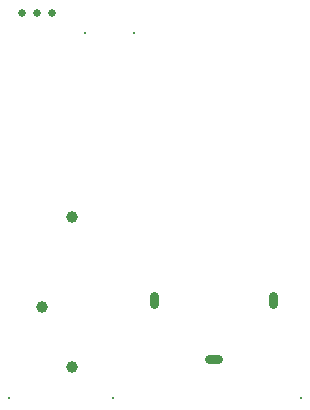
<source format=gbr>
%TF.GenerationSoftware,KiCad,Pcbnew,8.0.4-1.fc40*%
%TF.CreationDate,2024-08-27T20:57:55+02:00*%
%TF.ProjectId,ATU100 Alc interface,41545531-3030-4204-916c-6320696e7465,rev?*%
%TF.SameCoordinates,Original*%
%TF.FileFunction,Plated,1,2,PTH,Mixed*%
%TF.FilePolarity,Positive*%
%FSLAX46Y46*%
G04 Gerber Fmt 4.6, Leading zero omitted, Abs format (unit mm)*
G04 Created by KiCad (PCBNEW 8.0.4-1.fc40) date 2024-08-27 20:57:55*
%MOMM*%
%LPD*%
G01*
G04 APERTURE LIST*
%TA.AperFunction,ViaDrill*%
%ADD10C,0.300000*%
%TD*%
%TA.AperFunction,ComponentDrill*%
%ADD11C,0.650000*%
%TD*%
G04 aperture for slot hole*
%TA.AperFunction,ComponentDrill*%
%ADD12C,0.800000*%
%TD*%
%TA.AperFunction,ComponentDrill*%
%ADD13C,1.000000*%
%TD*%
G04 APERTURE END LIST*
D10*
X86200000Y-132050000D03*
X92650000Y-101200000D03*
X94950000Y-132100000D03*
X96750000Y-101200000D03*
X110950000Y-132100000D03*
D11*
%TO.C,J1*%
X87280000Y-99500000D03*
X88550000Y-99500000D03*
X89820000Y-99500000D03*
D12*
%TO.C,J2*%
X98500000Y-124100000D02*
X98500000Y-123400000D01*
X103850000Y-128750000D02*
X103150000Y-128750000D01*
X108500000Y-124100000D02*
X108500000Y-123400000D01*
D13*
%TO.C,RV1*%
X89010000Y-124370000D03*
X91550000Y-116750000D03*
X91550000Y-129450000D03*
M02*

</source>
